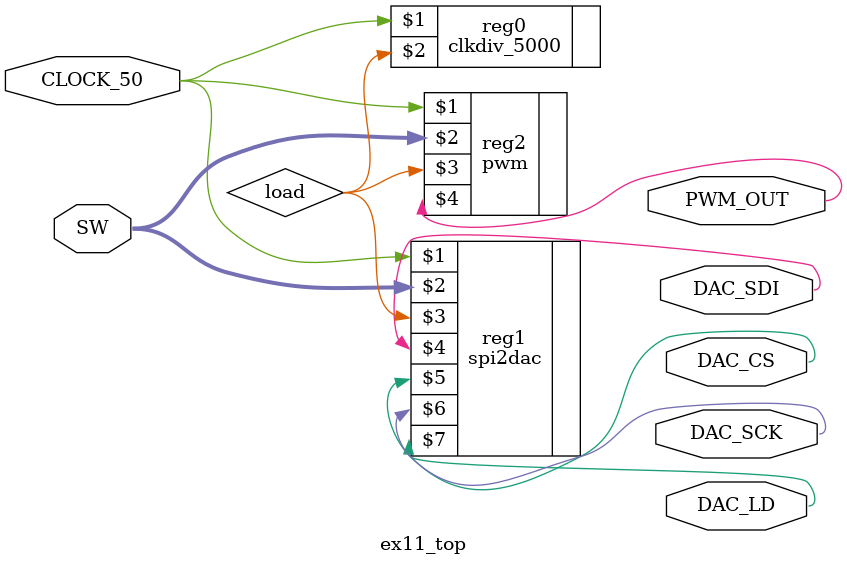
<source format=v>
module ex11_top(
SW,  
CLOCK_50,  
DAC_SDI,  
DAC_CS, 
DAC_SCK,  
DAC_LD,
PWM_OUT
);

input [9:0] SW;  
input CLOCK_50;  
output DAC_SDI;        // SPI serial data out 
output DAC_CS;            // chip select - low when sending data to dac 
output DAC_SCK;        // SPI clock, 16 cycles at half sysclk freq 
output DAC_LD; 
output PWM_OUT;
wire load;  
  
clkdiv_5000 reg0(CLOCK_50,load);  
spi2dac reg1(CLOCK_50,SW[9:0],load,DAC_SDI,DAC_CS,DAC_SCK,DAC_LD);  
pwm reg2(CLOCK_50,SW[9:0],load,PWM_OUT);

endmodule 
</source>
